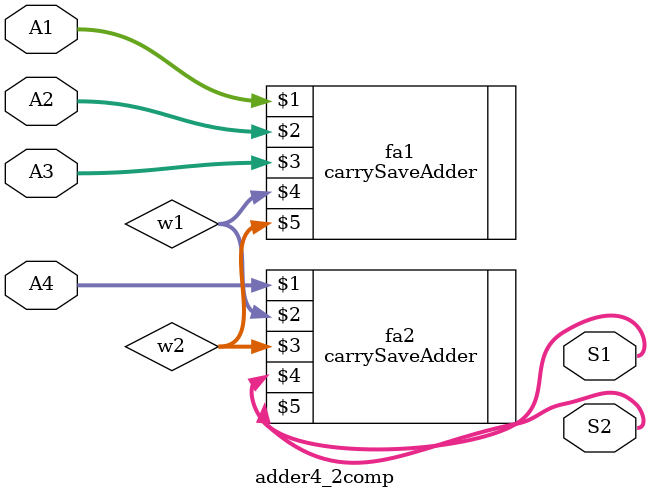
<source format=v>
`timescale 1ns / 1ps
module adder4_2comp(
    input [127:0] A1,
    input [127:0] A2,
    input [127:0] A3,
    input [127:0] A4,
    output [127:0] S1,
    output [127:0] S2
    );
	
	wire [127:0] w1, w2;

	carrySaveAdder fa1 (A1, A2, A3, w1, w2);
	carrySaveAdder fa2 (A4, w1, w2, S1, S2);


endmodule

</source>
